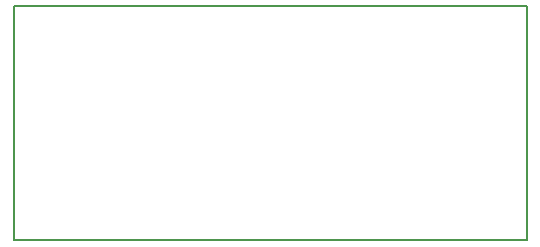
<source format=gm1>
G04 #@! TF.FileFunction,Profile,NP*
%FSLAX46Y46*%
G04 Gerber Fmt 4.6, Leading zero omitted, Abs format (unit mm)*
G04 Created by KiCad (PCBNEW 4.0.1-stable) date Wednesday, August 10, 2016 'PMt' 07:00:37 PM*
%MOMM*%
G01*
G04 APERTURE LIST*
%ADD10C,0.100000*%
%ADD11C,0.150000*%
G04 APERTURE END LIST*
D10*
D11*
X185674000Y-116078000D02*
X185674000Y-96266000D01*
X229108000Y-116078000D02*
X185674000Y-116078000D01*
X229108000Y-96266000D02*
X229108000Y-116078000D01*
X185674000Y-96266000D02*
X229108000Y-96266000D01*
M02*

</source>
